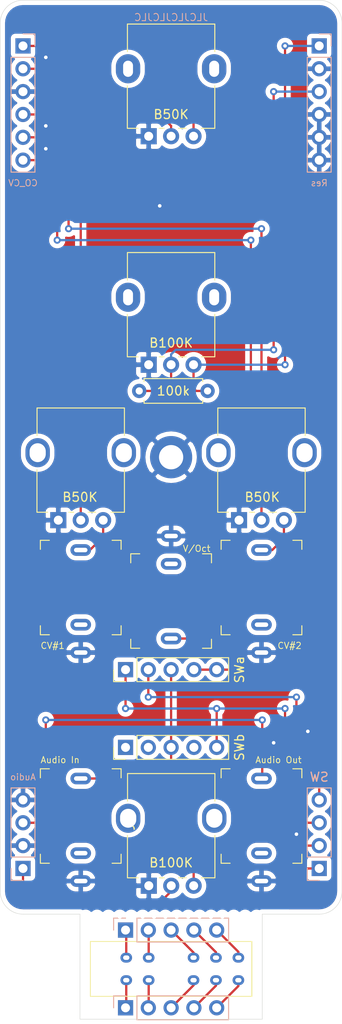
<source format=kicad_pcb>
(kicad_pcb (version 20171130) (host pcbnew "(5.1.10)-1")
  (layers (0 F.Cu signal) (31 B.Cu signal) (34 B.Paste user) (35 F.Paste user) (36 B.SilkS user) (37 F.SilkS user) (38 B.Mask user) (39 F.Mask user) (44 Edge.Cuts user))
  (net 0 "")
  (net 1 "Net-(J1-PadT)")
  (net 2 GND)
  (net 3 AudioIn)
  (net 4 AudioOut)
  (net 5 "Net-(J3-PadT)")
  (net 6 "Net-(J4-PadT)")
  (net 7 CV#2)
  (net 8 CV#1)
  (net 9 vOct)
  (net 10 CO_In)
  (net 11 CO_Out)
  (net 12 Res_Out)
  (net 13 Res_In)
  (net 14 SW_A)
  (net 15 SW_In)
  (net 16 SW_C)
  (net 17 SW_B)
  (net 18 "Net-(J12-Pad5)")
  (net 19 "Net-(J12-Pad4)")
  (net 20 "Net-(J12-Pad3)")
  (net 21 "Net-(J12-Pad2)")
  (net 22 "Net-(J12-Pad1)")
  (net 23 "Net-(J13-Pad5)")
  (net 24 "Net-(J13-Pad4)")
  (net 25 "Net-(J13-Pad3)")
  (net 26 "Net-(J13-Pad2)")
  (net 27 "Net-(J13-Pad1)")
  (module Control:Hole_0.5mm (layer F.Cu) (at 28.575 101.85)
    (fp_text reference REF** hide)
    (fp_text value Hole_0.5mm hide)
    (pad "" np_thru_hole circle (at 0 0) (size 0.5 0.5) (drill 0.5) (layers *.Cu *.Mask))
  )
  (module Control:Hole_0.5mm (layer F.Cu) (at 27.305 101.85)
    (fp_text reference REF** hide)
    (fp_text value Hole_0.5mm hide)
    (pad "" np_thru_hole circle (at 0 0) (size 0.5 0.5) (drill 0.5) (layers *.Cu *.Mask))
  )
  (module Control:Hole_0.5mm (layer F.Cu) (at 26.035 101.85)
    (fp_text reference REF** hide)
    (fp_text value Hole_0.5mm hide)
    (pad "" np_thru_hole circle (at 0 0) (size 0.5 0.5) (drill 0.5) (layers *.Cu *.Mask))
  )
  (module Control:Hole_0.5mm (layer F.Cu) (at 24.765 101.85)
    (fp_text reference REF** hide)
    (fp_text value Hole_0.5mm hide)
    (pad "" np_thru_hole circle (at 0 0) (size 0.5 0.5) (drill 0.5) (layers *.Cu *.Mask))
  )
  (module Control:Hole_0.5mm (layer F.Cu) (at 23.495 101.85)
    (fp_text reference REF** hide)
    (fp_text value Hole_0.5mm hide)
    (pad "" np_thru_hole circle (at 0 0) (size 0.5 0.5) (drill 0.5) (layers *.Cu *.Mask))
  )
  (module Control:Hole_0.5mm (layer F.Cu) (at 22.225 101.85)
    (fp_text reference REF** hide)
    (fp_text value Hole_0.5mm hide)
    (pad "" np_thru_hole circle (at 0 0) (size 0.5 0.5) (drill 0.5) (layers *.Cu *.Mask))
  )
  (module Control:Hole_0.5mm (layer F.Cu) (at 20.955 101.85)
    (fp_text reference REF** hide)
    (fp_text value Hole_0.5mm hide)
    (pad "" np_thru_hole circle (at 0 0) (size 0.5 0.5) (drill 0.5) (layers *.Cu *.Mask))
  )
  (module Control:Hole_0.5mm (layer F.Cu) (at 19.685 101.85)
    (fp_text reference REF** hide)
    (fp_text value Hole_0.5mm hide)
    (pad "" np_thru_hole circle (at 0 0) (size 0.5 0.5) (drill 0.5) (layers *.Cu *.Mask))
  )
  (module Control:Hole_0.5mm (layer F.Cu) (at 18.415 101.85)
    (fp_text reference REF** hide)
    (fp_text value Hole_0.5mm hide)
    (pad "" np_thru_hole circle (at 0 0) (size 0.5 0.5) (drill 0.5) (layers *.Cu *.Mask))
  )
  (module Control:Hole_0.5mm (layer F.Cu) (at 17.145 101.85)
    (fp_text reference REF** hide)
    (fp_text value Hole_0.5mm hide)
    (pad "" np_thru_hole circle (at 0 0) (size 0.5 0.5) (drill 0.5) (layers *.Cu *.Mask))
  )
  (module Control:Hole_0.5mm (layer F.Cu) (at 15.875 101.85)
    (fp_text reference REF** hide)
    (fp_text value Hole_0.5mm hide)
    (pad "" np_thru_hole circle (at 0 0) (size 0.5 0.5) (drill 0.5) (layers *.Cu *.Mask))
  )
  (module Control:Hole_0.5mm (layer F.Cu) (at 14.605 101.85)
    (fp_text reference REF** hide)
    (fp_text value Hole_0.5mm hide)
    (pad "" np_thru_hole circle (at 0 0) (size 0.5 0.5) (drill 0.5) (layers *.Cu *.Mask))
  )
  (module Control:Hole_0.5mm (layer F.Cu) (at 13.335 101.85)
    (fp_text reference REF** hide)
    (fp_text value Hole_0.5mm hide)
    (pad "" np_thru_hole circle (at 0 0) (size 0.5 0.5) (drill 0.5) (layers *.Cu *.Mask))
  )
  (module Control:Hole_0.5mm (layer F.Cu) (at 12.065 101.85)
    (fp_text reference REF** hide)
    (fp_text value Hole_0.5mm hide)
    (pad "" np_thru_hole circle (at 0 0) (size 0.5 0.5) (drill 0.5) (layers *.Cu *.Mask))
  )
  (module Control:Hole_0.5mm (layer F.Cu) (at 10.795 101.85)
    (fp_text reference REF** hide)
    (fp_text value Hole_0.5mm hide)
    (pad "" np_thru_hole circle (at 0 0) (size 0.5 0.5) (drill 0.5) (layers *.Cu *.Mask))
  )
  (module Control:Hole_0.5mm (layer F.Cu) (at 9.525 101.85)
    (fp_text reference REF** hide)
    (fp_text value Hole_0.5mm hide)
    (pad "" np_thru_hole circle (at 0 0) (size 0.5 0.5) (drill 0.5) (layers *.Cu *.Mask))
  )
  (module Schiebeschalter:SS24E01-G5 (layer F.Cu) (at 19.05 107.688)
    (fp_text reference SW1 hide)
    (fp_text value Schiebeschalter2x4 hide)
    (fp_line (start -9 3.05) (end -9 -3.05) (layer F.SilkS) (width 0.1))
    (fp_line (start 9 3.05) (end -9 3.05) (layer F.SilkS) (width 0.1))
    (fp_line (start 9 -3.05) (end 9 3.05) (layer F.SilkS) (width 0.12))
    (fp_line (start -9 -3.05) (end 9 -3.05) (layer F.SilkS) (width 0.1))
    (pad 10 thru_hole oval (at 7.5 1.25) (size 1.3 1.1) (drill oval 0.7 0.5) (layers *.Cu *.Mask) (net 23 "Net-(J13-Pad5)"))
    (pad 9 thru_hole oval (at 5 1.25) (size 1.3 1.1) (drill oval 0.7 0.5) (layers *.Cu *.Mask) (net 24 "Net-(J13-Pad4)"))
    (pad 8 thru_hole oval (at 2.5 1.25) (size 1.3 1.1) (drill oval 0.7 0.5) (layers *.Cu *.Mask) (net 25 "Net-(J13-Pad3)"))
    (pad 7 thru_hole oval (at -2.5 1.25) (size 1.3 1.1) (drill oval 0.7 0.5) (layers *.Cu *.Mask) (net 26 "Net-(J13-Pad2)"))
    (pad 6 thru_hole oval (at -5 1.25) (size 1.3 1.1) (drill oval 0.7 0.5) (layers *.Cu *.Mask) (net 27 "Net-(J13-Pad1)"))
    (pad 5 thru_hole oval (at 7.5 -1.25) (size 1.3 1.1) (drill oval 0.7 0.5) (layers *.Cu *.Mask) (net 18 "Net-(J12-Pad5)"))
    (pad 4 thru_hole oval (at 5 -1.25) (size 1.3 1.1) (drill oval 0.7 0.5) (layers *.Cu *.Mask) (net 19 "Net-(J12-Pad4)"))
    (pad 3 thru_hole oval (at 2.5 -1.25) (size 1.3 1.1) (drill oval 0.7 0.5) (layers *.Cu *.Mask) (net 20 "Net-(J12-Pad3)"))
    (pad 2 thru_hole oval (at -2.5 -1.25) (size 1.3 1.1) (drill oval 0.7 0.5) (layers *.Cu *.Mask) (net 21 "Net-(J12-Pad2)"))
    (pad 1 thru_hole oval (at -5 -1.25) (size 1.3 1.1) (drill oval 0.7 0.5) (layers *.Cu *.Mask) (net 22 "Net-(J12-Pad1)"))
  )
  (module Connector_PinHeader_2.54mm:PinHeader_1x05_P2.54mm_Vertical (layer B.Cu) (at 13.97 112.01 270)
    (fp_text reference J13 hide)
    (fp_text value SWa hide)
    (fp_line (start -1.33 1.33) (end 0 1.33) (layer B.SilkS) (width 0.12))
    (fp_line (start -1.33 0) (end -1.33 1.33) (layer B.SilkS) (width 0.12))
    (fp_line (start -1.33 -1.27) (end 1.33 -1.27) (layer B.SilkS) (width 0.12))
    (fp_line (start 1.33 -1.27) (end 1.33 -11.49) (layer B.SilkS) (width 0.12))
    (fp_line (start -1.33 -1.27) (end -1.33 -11.49) (layer B.SilkS) (width 0.12))
    (fp_line (start -1.33 -11.49) (end 1.33 -11.49) (layer B.SilkS) (width 0.12))
    (pad 5 thru_hole oval (at 0 -10.16 270) (size 1.7 1.7) (drill 1) (layers *.Cu *.Mask) (net 23 "Net-(J13-Pad5)"))
    (pad 4 thru_hole oval (at 0 -7.62 270) (size 1.7 1.7) (drill 1) (layers *.Cu *.Mask) (net 24 "Net-(J13-Pad4)"))
    (pad 3 thru_hole oval (at 0 -5.08 270) (size 1.7 1.7) (drill 1) (layers *.Cu *.Mask) (net 25 "Net-(J13-Pad3)"))
    (pad 2 thru_hole oval (at 0 -2.54 270) (size 1.7 1.7) (drill 1) (layers *.Cu *.Mask) (net 26 "Net-(J13-Pad2)"))
    (pad 1 thru_hole rect (at 0 0 270) (size 1.7 1.7) (drill 1) (layers *.Cu *.Mask) (net 27 "Net-(J13-Pad1)"))
  )
  (module Connector_PinHeader_2.54mm:PinHeader_1x05_P2.54mm_Vertical (layer B.Cu) (at 13.97 103.37 270)
    (fp_text reference J12 hide)
    (fp_text value SWb hide)
    (fp_line (start -1.33 1.33) (end 0 1.33) (layer B.SilkS) (width 0.12))
    (fp_line (start -1.33 0) (end -1.33 1.33) (layer B.SilkS) (width 0.12))
    (fp_line (start -1.33 -1.27) (end 1.33 -1.27) (layer B.SilkS) (width 0.12))
    (fp_line (start 1.33 -1.27) (end 1.33 -11.49) (layer B.SilkS) (width 0.12))
    (fp_line (start -1.33 -1.27) (end -1.33 -11.49) (layer B.SilkS) (width 0.12))
    (fp_line (start -1.33 -11.49) (end 1.33 -11.49) (layer B.SilkS) (width 0.12))
    (pad 5 thru_hole oval (at 0 -10.16 270) (size 1.7 1.7) (drill 1) (layers *.Cu *.Mask) (net 18 "Net-(J12-Pad5)"))
    (pad 4 thru_hole oval (at 0 -7.62 270) (size 1.7 1.7) (drill 1) (layers *.Cu *.Mask) (net 19 "Net-(J12-Pad4)"))
    (pad 3 thru_hole oval (at 0 -5.08 270) (size 1.7 1.7) (drill 1) (layers *.Cu *.Mask) (net 20 "Net-(J12-Pad3)"))
    (pad 2 thru_hole oval (at 0 -2.54 270) (size 1.7 1.7) (drill 1) (layers *.Cu *.Mask) (net 21 "Net-(J12-Pad2)"))
    (pad 1 thru_hole rect (at 0 0 270) (size 1.7 1.7) (drill 1) (layers *.Cu *.Mask) (net 22 "Net-(J12-Pad1)"))
  )
  (module MountingHole:MountingHole_2.7mm_M2.5_DIN965_Pad (layer F.Cu) (at 19.05 50.8)
    (fp_text reference H1 hide)
    (fp_text value MountingHole_Pad hide)
    (pad 1 thru_hole circle (at 0 0) (size 4.7 4.7) (drill 2.7) (layers *.Cu *.Mask) (net 2 GND))
  )
  (module Connector_PinHeader_2.54mm:PinHeader_1x06_P2.54mm_Vertical (layer B.Cu) (at 35.56 5.08 180)
    (fp_text reference J11 hide)
    (fp_text value Res (at 0 -15.24) (layer B.SilkS) (effects (font (size 0.7 0.7) (thickness 0.1)) (justify mirror)))
    (fp_line (start -1.33 1.33) (end 0 1.33) (layer B.SilkS) (width 0.12))
    (fp_line (start -1.33 0) (end -1.33 1.33) (layer B.SilkS) (width 0.12))
    (fp_line (start -1.33 -1.27) (end 1.33 -1.27) (layer B.SilkS) (width 0.12))
    (fp_line (start 1.33 -1.27) (end 1.33 -14.03) (layer B.SilkS) (width 0.12))
    (fp_line (start -1.33 -1.27) (end -1.33 -14.03) (layer B.SilkS) (width 0.12))
    (fp_line (start -1.33 -14.03) (end 1.33 -14.03) (layer B.SilkS) (width 0.12))
    (pad 6 thru_hole oval (at 0 -12.7 180) (size 1.7 1.7) (drill 1) (layers *.Cu *.Mask) (net 2 GND))
    (pad 5 thru_hole oval (at 0 -10.16 180) (size 1.7 1.7) (drill 1) (layers *.Cu *.Mask) (net 2 GND))
    (pad 4 thru_hole oval (at 0 -7.62 180) (size 1.7 1.7) (drill 1) (layers *.Cu *.Mask) (net 2 GND))
    (pad 3 thru_hole oval (at 0 -5.08 180) (size 1.7 1.7) (drill 1) (layers *.Cu *.Mask) (net 12 Res_Out))
    (pad 2 thru_hole oval (at 0 -2.54 180) (size 1.7 1.7) (drill 1) (layers *.Cu *.Mask) (net 2 GND))
    (pad 1 thru_hole rect (at 0 0 180) (size 1.7 1.7) (drill 1) (layers *.Cu *.Mask) (net 13 Res_In))
  )
  (module Connector_PinHeader_2.54mm:PinHeader_1x06_P2.54mm_Vertical (layer B.Cu) (at 2.54 5.08 180)
    (fp_text reference J10 hide)
    (fp_text value CO_CV (at 0 -15.24) (layer B.SilkS) (effects (font (size 0.7 0.7) (thickness 0.1)) (justify mirror)))
    (fp_line (start -1.33 1.33) (end 0 1.33) (layer B.SilkS) (width 0.12))
    (fp_line (start -1.33 0) (end -1.33 1.33) (layer B.SilkS) (width 0.12))
    (fp_line (start -1.33 -1.27) (end 1.33 -1.27) (layer B.SilkS) (width 0.12))
    (fp_line (start 1.33 -1.27) (end 1.33 -14.03) (layer B.SilkS) (width 0.12))
    (fp_line (start -1.33 -1.27) (end -1.33 -14.03) (layer B.SilkS) (width 0.12))
    (fp_line (start -1.33 -14.03) (end 1.33 -14.03) (layer B.SilkS) (width 0.12))
    (pad 6 thru_hole oval (at 0 -12.7 180) (size 1.7 1.7) (drill 1) (layers *.Cu *.Mask) (net 9 vOct))
    (pad 5 thru_hole oval (at 0 -10.16 180) (size 1.7 1.7) (drill 1) (layers *.Cu *.Mask) (net 7 CV#2))
    (pad 4 thru_hole oval (at 0 -7.62 180) (size 1.7 1.7) (drill 1) (layers *.Cu *.Mask) (net 8 CV#1))
    (pad 3 thru_hole oval (at 0 -5.08 180) (size 1.7 1.7) (drill 1) (layers *.Cu *.Mask) (net 2 GND))
    (pad 2 thru_hole oval (at 0 -2.54 180) (size 1.7 1.7) (drill 1) (layers *.Cu *.Mask) (net 11 CO_Out))
    (pad 1 thru_hole rect (at 0 0 180) (size 1.7 1.7) (drill 1) (layers *.Cu *.Mask) (net 10 CO_In))
  )
  (module Connector_PinHeader_2.54mm:PinHeader_1x04_P2.54mm_Vertical (layer B.Cu) (at 35.56 96.52)
    (fp_text reference J9 hide)
    (fp_text value SW (at 0 -10.16 180) (layer B.SilkS) (effects (justify mirror)))
    (fp_line (start -1.33 1.33) (end 0 1.33) (layer B.SilkS) (width 0.12))
    (fp_line (start -1.33 0) (end -1.33 1.33) (layer B.SilkS) (width 0.12))
    (fp_line (start -1.33 -1.27) (end 1.33 -1.27) (layer B.SilkS) (width 0.12))
    (fp_line (start 1.33 -1.27) (end 1.33 -8.95) (layer B.SilkS) (width 0.12))
    (fp_line (start -1.33 -1.27) (end -1.33 -8.95) (layer B.SilkS) (width 0.12))
    (fp_line (start -1.33 -8.95) (end 1.33 -8.95) (layer B.SilkS) (width 0.12))
    (pad 4 thru_hole oval (at 0 -7.62) (size 1.7 1.7) (drill 1) (layers *.Cu *.Mask) (net 16 SW_C))
    (pad 3 thru_hole oval (at 0 -5.08) (size 1.7 1.7) (drill 1) (layers *.Cu *.Mask) (net 17 SW_B))
    (pad 2 thru_hole oval (at 0 -2.54) (size 1.7 1.7) (drill 1) (layers *.Cu *.Mask) (net 14 SW_A))
    (pad 1 thru_hole rect (at 0 0) (size 1.7 1.7) (drill 1) (layers *.Cu *.Mask) (net 15 SW_In))
  )
  (module Connector_PinHeader_2.54mm:PinHeader_1x04_P2.54mm_Vertical (layer B.Cu) (at 2.54 96.52)
    (fp_text reference J8 hide)
    (fp_text value Audio (at 0 -10.16 180) (layer B.SilkS) (effects (font (size 0.7 0.7) (thickness 0.1)) (justify mirror)))
    (fp_line (start -1.33 1.33) (end 0 1.33) (layer B.SilkS) (width 0.12))
    (fp_line (start -1.33 0) (end -1.33 1.33) (layer B.SilkS) (width 0.12))
    (fp_line (start -1.33 -1.27) (end 1.33 -1.27) (layer B.SilkS) (width 0.12))
    (fp_line (start 1.33 -1.27) (end 1.33 -8.95) (layer B.SilkS) (width 0.12))
    (fp_line (start -1.33 -1.27) (end -1.33 -8.95) (layer B.SilkS) (width 0.12))
    (fp_line (start -1.33 -8.95) (end 1.33 -8.95) (layer B.SilkS) (width 0.12))
    (pad 4 thru_hole oval (at 0 -7.62) (size 1.7 1.7) (drill 1) (layers *.Cu *.Mask) (net 2 GND))
    (pad 3 thru_hole oval (at 0 -5.08) (size 1.7 1.7) (drill 1) (layers *.Cu *.Mask) (net 4 AudioOut))
    (pad 2 thru_hole oval (at 0 -2.54) (size 1.7 1.7) (drill 1) (layers *.Cu *.Mask) (net 2 GND))
    (pad 1 thru_hole rect (at 0 0) (size 1.7 1.7) (drill 1) (layers *.Cu *.Mask) (net 3 AudioIn))
  )
  (module Resistor_THT:R_Axial_DIN0207_L6.3mm_D2.5mm_P7.62mm_Horizontal (layer F.Cu) (at 23.114 43.434 180)
    (fp_text reference R1 hide)
    (fp_text value 100k (at 3.81 0) (layer F.SilkS))
    (fp_line (start 7.08 1.37) (end 7.08 1.04) (layer F.SilkS) (width 0.12))
    (fp_line (start 0.54 1.37) (end 7.08 1.37) (layer F.SilkS) (width 0.12))
    (fp_line (start 0.54 1.04) (end 0.54 1.37) (layer F.SilkS) (width 0.12))
    (fp_line (start 7.08 -1.37) (end 7.08 -1.04) (layer F.SilkS) (width 0.12))
    (fp_line (start 0.54 -1.37) (end 7.08 -1.37) (layer F.SilkS) (width 0.12))
    (fp_line (start 0.54 -1.04) (end 0.54 -1.37) (layer F.SilkS) (width 0.12))
    (pad 2 thru_hole oval (at 7.62 0 180) (size 1.6 1.6) (drill 0.8) (layers *.Cu *.Mask) (net 12 Res_Out))
    (pad 1 thru_hole circle (at 0 0 180) (size 1.6 1.6) (drill 0.8) (layers *.Cu *.Mask) (net 13 Res_In))
  )
  (module Connector_PinHeader_2.54mm:PinHeader_1x05_P2.54mm_Vertical (layer F.Cu) (at 13.97 74.42 90)
    (fp_text reference J7 hide)
    (fp_text value SWa (at 0 12.7 90) (layer F.SilkS))
    (fp_line (start -1.33 -1.33) (end 0 -1.33) (layer F.SilkS) (width 0.12))
    (fp_line (start -1.33 0) (end -1.33 -1.33) (layer F.SilkS) (width 0.12))
    (fp_line (start -1.33 1.27) (end 1.33 1.27) (layer F.SilkS) (width 0.12))
    (fp_line (start 1.33 1.27) (end 1.33 11.49) (layer F.SilkS) (width 0.12))
    (fp_line (start -1.33 1.27) (end -1.33 11.49) (layer F.SilkS) (width 0.12))
    (fp_line (start -1.33 11.49) (end 1.33 11.49) (layer F.SilkS) (width 0.12))
    (pad 5 thru_hole oval (at 0 10.16 90) (size 1.7 1.7) (drill 1) (layers *.Cu *.Mask) (net 16 SW_C))
    (pad 4 thru_hole oval (at 0 7.62 90) (size 1.7 1.7) (drill 1) (layers *.Cu *.Mask) (net 16 SW_C))
    (pad 3 thru_hole oval (at 0 5.08 90) (size 1.7 1.7) (drill 1) (layers *.Cu *.Mask) (net 15 SW_In))
    (pad 2 thru_hole oval (at 0 2.54 90) (size 1.7 1.7) (drill 1) (layers *.Cu *.Mask) (net 17 SW_B))
    (pad 1 thru_hole rect (at 0 0 90) (size 1.7 1.7) (drill 1) (layers *.Cu *.Mask) (net 14 SW_A))
  )
  (module Connector_PinHeader_2.54mm:PinHeader_1x05_P2.54mm_Vertical (layer F.Cu) (at 13.97 83.06 90)
    (fp_text reference J6 hide)
    (fp_text value SWb (at 0 12.7 90) (layer F.SilkS))
    (fp_line (start -1.33 -1.33) (end 0 -1.33) (layer F.SilkS) (width 0.12))
    (fp_line (start -1.33 0) (end -1.33 -1.33) (layer F.SilkS) (width 0.12))
    (fp_line (start -1.33 1.27) (end 1.33 1.27) (layer F.SilkS) (width 0.12))
    (fp_line (start 1.33 1.27) (end 1.33 11.49) (layer F.SilkS) (width 0.12))
    (fp_line (start -1.33 1.27) (end -1.33 11.49) (layer F.SilkS) (width 0.12))
    (fp_line (start -1.33 11.49) (end 1.33 11.49) (layer F.SilkS) (width 0.12))
    (pad 5 thru_hole oval (at 0 10.16 90) (size 1.7 1.7) (drill 1) (layers *.Cu *.Mask) (net 14 SW_A))
    (pad 4 thru_hole oval (at 0 7.62 90) (size 1.7 1.7) (drill 1) (layers *.Cu *.Mask))
    (pad 3 thru_hole oval (at 0 5.08 90) (size 1.7 1.7) (drill 1) (layers *.Cu *.Mask) (net 15 SW_In))
    (pad 2 thru_hole oval (at 0 2.54 90) (size 1.7 1.7) (drill 1) (layers *.Cu *.Mask))
    (pad 1 thru_hole rect (at 0 0 90) (size 1.7 1.7) (drill 1) (layers *.Cu *.Mask))
  )
  (module Potentiometer_THT:Potentiometer_Alpha_RD901F-40-00D_Single_Vertical (layer F.Cu) (at 16.55 40.52 90)
    (fp_text reference RV5 hide)
    (fp_text value B100K (at 2.42 2.5) (layer F.SilkS))
    (fp_line (start 0.88 4.16) (end 0.88 3.33) (layer F.SilkS) (width 0.12))
    (fp_line (start 0.88 1.71) (end 0.88 1.18) (layer F.SilkS) (width 0.12))
    (fp_line (start 0.88 -1.19) (end 0.88 -2.37) (layer F.SilkS) (width 0.12))
    (fp_line (start 0.88 7.37) (end 5.6 7.37) (layer F.SilkS) (width 0.12))
    (fp_line (start 9.41 -2.37) (end 12.47 -2.37) (layer F.SilkS) (width 0.12))
    (fp_line (start 0.88 -2.38) (end 5.6 -2.38) (layer F.SilkS) (width 0.12))
    (fp_line (start 9.41 7.37) (end 12.47 7.37) (layer F.SilkS) (width 0.12))
    (fp_line (start 0.88 7.37) (end 0.88 5.88) (layer F.SilkS) (width 0.12))
    (fp_line (start 12.47 7.37) (end 12.47 -2.37) (layer F.SilkS) (width 0.12))
    (pad "" thru_hole oval (at 7.5 -2.3 180) (size 2.72 3.24) (drill oval 1.1 1.8) (layers *.Cu *.Mask))
    (pad "" thru_hole oval (at 7.5 7.3 180) (size 2.72 3.24) (drill oval 1.1 1.8) (layers *.Cu *.Mask))
    (pad 3 thru_hole circle (at 0 5 180) (size 1.8 1.8) (drill 1) (layers *.Cu *.Mask) (net 13 Res_In))
    (pad 2 thru_hole circle (at 0 2.5 180) (size 1.8 1.8) (drill 1) (layers *.Cu *.Mask) (net 12 Res_Out))
    (pad 1 thru_hole rect (at 0 0 180) (size 1.8 1.8) (drill 1) (layers *.Cu *.Mask) (net 2 GND))
  )
  (module Potentiometer_THT:Potentiometer_Alpha_RD901F-40-00D_Single_Vertical (layer F.Cu) (at 16.55 15.12 90)
    (fp_text reference RV4 hide)
    (fp_text value B50K (at 2.42 2.5) (layer F.SilkS))
    (fp_line (start 0.88 4.16) (end 0.88 3.33) (layer F.SilkS) (width 0.12))
    (fp_line (start 0.88 1.71) (end 0.88 1.18) (layer F.SilkS) (width 0.12))
    (fp_line (start 0.88 -1.19) (end 0.88 -2.37) (layer F.SilkS) (width 0.12))
    (fp_line (start 0.88 7.37) (end 5.6 7.37) (layer F.SilkS) (width 0.12))
    (fp_line (start 9.41 -2.37) (end 12.47 -2.37) (layer F.SilkS) (width 0.12))
    (fp_line (start 0.88 -2.38) (end 5.6 -2.38) (layer F.SilkS) (width 0.12))
    (fp_line (start 9.41 7.37) (end 12.47 7.37) (layer F.SilkS) (width 0.12))
    (fp_line (start 0.88 7.37) (end 0.88 5.88) (layer F.SilkS) (width 0.12))
    (fp_line (start 12.47 7.37) (end 12.47 -2.37) (layer F.SilkS) (width 0.12))
    (pad "" thru_hole oval (at 7.5 -2.3 180) (size 2.72 3.24) (drill oval 1.1 1.8) (layers *.Cu *.Mask))
    (pad "" thru_hole oval (at 7.5 7.3 180) (size 2.72 3.24) (drill oval 1.1 1.8) (layers *.Cu *.Mask))
    (pad 3 thru_hole circle (at 0 5 180) (size 1.8 1.8) (drill 1) (layers *.Cu *.Mask) (net 10 CO_In))
    (pad 2 thru_hole circle (at 0 2.5 180) (size 1.8 1.8) (drill 1) (layers *.Cu *.Mask) (net 11 CO_Out))
    (pad 1 thru_hole rect (at 0 0 180) (size 1.8 1.8) (drill 1) (layers *.Cu *.Mask) (net 2 GND))
  )
  (module Connector_Audio_PJSeries:PJ-301-M-12 (layer F.Cu) (at 19.05 66.04 180)
    (fp_text reference J5 hide)
    (fp_text value V/Oct (at -4.445 5.08 180) (layer F.SilkS) (effects (font (size 0.7 0.7) (thickness 0.1)) (justify right)))
    (fp_line (start 4.5 4.5) (end 3.5 4.5) (layer F.SilkS) (width 0.12))
    (fp_line (start 4.5 3.5) (end 4.5 4.5) (layer F.SilkS) (width 0.12))
    (fp_line (start -4.5 4.5) (end -3.5 4.5) (layer F.SilkS) (width 0.12))
    (fp_line (start -4.5 3.5) (end -4.5 4.5) (layer F.SilkS) (width 0.12))
    (fp_line (start -4.5 -6) (end -4.5 -5) (layer F.SilkS) (width 0.12))
    (fp_line (start -3.5 -6) (end -4.5 -6) (layer F.SilkS) (width 0.12))
    (fp_line (start 4.5 -6) (end 4.5 -5) (layer F.SilkS) (width 0.12))
    (fp_line (start 3.5 -6) (end 4.5 -6) (layer F.SilkS) (width 0.12))
    (pad T thru_hole oval (at 0 -4.92 180) (size 2.3 1.3) (drill oval 1.5 0.5) (layers *.Cu *.Mask) (net 9 vOct))
    (pad TN thru_hole oval (at 0 3.38 180) (size 2.3 1.3) (drill oval 1.5 0.5) (layers *.Cu *.Mask))
    (pad S thru_hole oval (at 0 6.48 180) (size 2.3 1.3) (drill oval 1.5 0.5) (layers *.Cu *.Mask) (net 2 GND))
  )
  (module Potentiometer_THT:Potentiometer_Alpha_RD901F-40-00D_Single_Vertical (layer F.Cu) (at 6.475 57.8 90)
    (fp_text reference RV3 hide)
    (fp_text value B50K (at 2.555 2.415) (layer F.SilkS))
    (fp_line (start 0.88 4.16) (end 0.88 3.33) (layer F.SilkS) (width 0.12))
    (fp_line (start 0.88 1.71) (end 0.88 1.18) (layer F.SilkS) (width 0.12))
    (fp_line (start 0.88 -1.19) (end 0.88 -2.37) (layer F.SilkS) (width 0.12))
    (fp_line (start 0.88 7.37) (end 5.6 7.37) (layer F.SilkS) (width 0.12))
    (fp_line (start 9.41 -2.37) (end 12.47 -2.37) (layer F.SilkS) (width 0.12))
    (fp_line (start 0.88 -2.38) (end 5.6 -2.38) (layer F.SilkS) (width 0.12))
    (fp_line (start 9.41 7.37) (end 12.47 7.37) (layer F.SilkS) (width 0.12))
    (fp_line (start 0.88 7.37) (end 0.88 5.88) (layer F.SilkS) (width 0.12))
    (fp_line (start 12.47 7.37) (end 12.47 -2.37) (layer F.SilkS) (width 0.12))
    (pad "" thru_hole oval (at 7.5 -2.3 180) (size 2.72 3.24) (drill oval 1.8 2.1) (layers *.Cu *.Mask))
    (pad "" thru_hole oval (at 7.5 7.3 180) (size 2.72 3.24) (drill oval 1.8 2.1) (layers *.Cu *.Mask))
    (pad 3 thru_hole circle (at 0 5 180) (size 1.8 1.8) (drill 1) (layers *.Cu *.Mask) (net 5 "Net-(J3-PadT)"))
    (pad 2 thru_hole circle (at 0 2.5 180) (size 1.8 1.8) (drill 1) (layers *.Cu *.Mask) (net 8 CV#1))
    (pad 1 thru_hole rect (at 0 0 180) (size 1.8 1.8) (drill 1) (layers *.Cu *.Mask) (net 2 GND))
  )
  (module Potentiometer_THT:Potentiometer_Alpha_RD901F-40-00D_Single_Vertical (layer F.Cu) (at 26.625 57.8 90)
    (fp_text reference RV2 hide)
    (fp_text value B50K (at 2.555 2.585) (layer F.SilkS))
    (fp_line (start 0.88 4.16) (end 0.88 3.33) (layer F.SilkS) (width 0.12))
    (fp_line (start 0.88 1.71) (end 0.88 1.18) (layer F.SilkS) (width 0.12))
    (fp_line (start 0.88 -1.19) (end 0.88 -2.37) (layer F.SilkS) (width 0.12))
    (fp_line (start 0.88 7.37) (end 5.6 7.37) (layer F.SilkS) (width 0.12))
    (fp_line (start 9.41 -2.37) (end 12.47 -2.37) (layer F.SilkS) (width 0.12))
    (fp_line (start 0.88 -2.38) (end 5.6 -2.38) (layer F.SilkS) (width 0.12))
    (fp_line (start 9.41 7.37) (end 12.47 7.37) (layer F.SilkS) (width 0.12))
    (fp_line (start 0.88 7.37) (end 0.88 5.88) (layer F.SilkS) (width 0.12))
    (fp_line (start 12.47 7.37) (end 12.47 -2.37) (layer F.SilkS) (width 0.12))
    (pad "" thru_hole oval (at 7.5 -2.3 180) (size 2.72 3.24) (drill oval 1.8 2.1) (layers *.Cu *.Mask))
    (pad "" thru_hole oval (at 7.5 7.3 180) (size 2.72 3.24) (drill oval 1.8 2.1) (layers *.Cu *.Mask))
    (pad 3 thru_hole circle (at 0 5 180) (size 1.8 1.8) (drill 1) (layers *.Cu *.Mask) (net 6 "Net-(J4-PadT)"))
    (pad 2 thru_hole circle (at 0 2.5 180) (size 1.8 1.8) (drill 1) (layers *.Cu *.Mask) (net 7 CV#2))
    (pad 1 thru_hole rect (at 0 0 180) (size 1.8 1.8) (drill 1) (layers *.Cu *.Mask) (net 2 GND))
  )
  (module Connector_Audio_PJSeries:PJ-301-M-12 (layer F.Cu) (at 29.125 66.04)
    (fp_text reference J4 hide)
    (fp_text value CV#2 (at 4.53 5.715 180) (layer F.SilkS) (effects (font (size 0.7 0.7) (thickness 0.1)) (justify right)))
    (fp_line (start 4.5 4.5) (end 3.5 4.5) (layer F.SilkS) (width 0.12))
    (fp_line (start 4.5 3.5) (end 4.5 4.5) (layer F.SilkS) (width 0.12))
    (fp_line (start -4.5 4.5) (end -3.5 4.5) (layer F.SilkS) (width 0.12))
    (fp_line (start -4.5 3.5) (end -4.5 4.5) (layer F.SilkS) (width 0.12))
    (fp_line (start -4.5 -6) (end -4.5 -5) (layer F.SilkS) (width 0.12))
    (fp_line (start -3.5 -6) (end -4.5 -6) (layer F.SilkS) (width 0.12))
    (fp_line (start 4.5 -6) (end 4.5 -5) (layer F.SilkS) (width 0.12))
    (fp_line (start 3.5 -6) (end 4.5 -6) (layer F.SilkS) (width 0.12))
    (pad T thru_hole oval (at 0 -4.92) (size 2.3 1.3) (drill oval 1.5 0.5) (layers *.Cu *.Mask) (net 6 "Net-(J4-PadT)"))
    (pad TN thru_hole oval (at 0 3.38) (size 2.3 1.3) (drill oval 1.5 0.5) (layers *.Cu *.Mask))
    (pad S thru_hole oval (at 0 6.48) (size 2.3 1.3) (drill oval 1.5 0.5) (layers *.Cu *.Mask) (net 2 GND))
  )
  (module Connector_Audio_PJSeries:PJ-301-M-12 (layer F.Cu) (at 8.975 66.04)
    (fp_text reference J3 hide)
    (fp_text value CV#1 (at -4.53 5.715 180) (layer F.SilkS) (effects (font (size 0.7 0.7) (thickness 0.1)) (justify left)))
    (fp_line (start 4.5 4.5) (end 3.5 4.5) (layer F.SilkS) (width 0.12))
    (fp_line (start 4.5 3.5) (end 4.5 4.5) (layer F.SilkS) (width 0.12))
    (fp_line (start -4.5 4.5) (end -3.5 4.5) (layer F.SilkS) (width 0.12))
    (fp_line (start -4.5 3.5) (end -4.5 4.5) (layer F.SilkS) (width 0.12))
    (fp_line (start -4.5 -6) (end -4.5 -5) (layer F.SilkS) (width 0.12))
    (fp_line (start -3.5 -6) (end -4.5 -6) (layer F.SilkS) (width 0.12))
    (fp_line (start 4.5 -6) (end 4.5 -5) (layer F.SilkS) (width 0.12))
    (fp_line (start 3.5 -6) (end 4.5 -6) (layer F.SilkS) (width 0.12))
    (pad T thru_hole oval (at 0 -4.92) (size 2.3 1.3) (drill oval 1.5 0.5) (layers *.Cu *.Mask) (net 5 "Net-(J3-PadT)"))
    (pad TN thru_hole oval (at 0 3.38) (size 2.3 1.3) (drill oval 1.5 0.5) (layers *.Cu *.Mask))
    (pad S thru_hole oval (at 0 6.48) (size 2.3 1.3) (drill oval 1.5 0.5) (layers *.Cu *.Mask) (net 2 GND))
  )
  (module Connector_Audio_PJSeries:PJ-301-M-12 (layer F.Cu) (at 29.125 91.44)
    (fp_text reference J2 hide)
    (fp_text value "Audio Out" (at 4.53 -6.985 180) (layer F.SilkS) (effects (font (size 0.7 0.7) (thickness 0.1)) (justify right)))
    (fp_line (start 4.5 4.5) (end 3.5 4.5) (layer F.SilkS) (width 0.12))
    (fp_line (start 4.5 3.5) (end 4.5 4.5) (layer F.SilkS) (width 0.12))
    (fp_line (start -4.5 4.5) (end -3.5 4.5) (layer F.SilkS) (width 0.12))
    (fp_line (start -4.5 3.5) (end -4.5 4.5) (layer F.SilkS) (width 0.12))
    (fp_line (start -4.5 -6) (end -4.5 -5) (layer F.SilkS) (width 0.12))
    (fp_line (start -3.5 -6) (end -4.5 -6) (layer F.SilkS) (width 0.12))
    (fp_line (start 4.5 -6) (end 4.5 -5) (layer F.SilkS) (width 0.12))
    (fp_line (start 3.5 -6) (end 4.5 -6) (layer F.SilkS) (width 0.12))
    (pad T thru_hole oval (at 0 -4.92) (size 2.3 1.3) (drill oval 1.5 0.5) (layers *.Cu *.Mask) (net 4 AudioOut))
    (pad TN thru_hole oval (at 0 3.38) (size 2.3 1.3) (drill oval 1.5 0.5) (layers *.Cu *.Mask))
    (pad S thru_hole oval (at 0 6.48) (size 2.3 1.3) (drill oval 1.5 0.5) (layers *.Cu *.Mask) (net 2 GND))
  )
  (module Potentiometer_THT:Potentiometer_Alpha_RD901F-40-00D_Single_Vertical (layer F.Cu) (at 16.56276 98.44 90)
    (fp_text reference RV1 hide)
    (fp_text value B100K (at 2.555 2.48724) (layer F.SilkS))
    (fp_line (start 0.88 4.16) (end 0.88 3.33) (layer F.SilkS) (width 0.12))
    (fp_line (start 0.88 1.71) (end 0.88 1.18) (layer F.SilkS) (width 0.12))
    (fp_line (start 0.88 -1.19) (end 0.88 -2.37) (layer F.SilkS) (width 0.12))
    (fp_line (start 0.88 7.37) (end 5.6 7.37) (layer F.SilkS) (width 0.12))
    (fp_line (start 9.41 -2.37) (end 12.47 -2.37) (layer F.SilkS) (width 0.12))
    (fp_line (start 0.88 -2.38) (end 5.6 -2.38) (layer F.SilkS) (width 0.12))
    (fp_line (start 9.41 7.37) (end 12.47 7.37) (layer F.SilkS) (width 0.12))
    (fp_line (start 0.88 7.37) (end 0.88 5.88) (layer F.SilkS) (width 0.12))
    (fp_line (start 12.47 7.37) (end 12.47 -2.37) (layer F.SilkS) (width 0.12))
    (pad "" thru_hole oval (at 7.5 -2.3 180) (size 2.72 3.24) (drill oval 1.8 2.1) (layers *.Cu *.Mask))
    (pad "" thru_hole oval (at 7.5 7.3 180) (size 2.72 3.24) (drill oval 1.8 2.1) (layers *.Cu *.Mask))
    (pad 3 thru_hole circle (at 0 5 180) (size 1.8 1.8) (drill 1) (layers *.Cu *.Mask) (net 1 "Net-(J1-PadT)"))
    (pad 2 thru_hole circle (at 0 2.5 180) (size 1.8 1.8) (drill 1) (layers *.Cu *.Mask) (net 3 AudioIn))
    (pad 1 thru_hole rect (at 0 0 180) (size 1.8 1.8) (drill 1) (layers *.Cu *.Mask) (net 2 GND))
  )
  (module Connector_Audio_PJSeries:PJ-301-M-12 (layer F.Cu) (at 8.975 91.44)
    (fp_text reference J1 (at 5.5 0 90) (layer F.SilkS))
    (fp_text value "Audio In" (at -4.53 -6.985 180) (layer F.SilkS) (effects (font (size 0.7 0.7) (thickness 0.1)) (justify left)))
    (fp_line (start 4.5 4.5) (end 3.5 4.5) (layer F.SilkS) (width 0.12))
    (fp_line (start 4.5 3.5) (end 4.5 4.5) (layer F.SilkS) (width 0.12))
    (fp_line (start -4.5 4.5) (end -3.5 4.5) (layer F.SilkS) (width 0.12))
    (fp_line (start -4.5 3.5) (end -4.5 4.5) (layer F.SilkS) (width 0.12))
    (fp_line (start -4.5 -6) (end -4.5 -5) (layer F.SilkS) (width 0.12))
    (fp_line (start -3.5 -6) (end -4.5 -6) (layer F.SilkS) (width 0.12))
    (fp_line (start 4.5 -6) (end 4.5 -5) (layer F.SilkS) (width 0.12))
    (fp_line (start 3.5 -6) (end 4.5 -6) (layer F.SilkS) (width 0.12))
    (pad T thru_hole oval (at 0 -4.92) (size 2.3 1.3) (drill oval 1.5 0.5) (layers *.Cu *.Mask) (net 1 "Net-(J1-PadT)"))
    (pad TN thru_hole oval (at 0 3.38) (size 2.3 1.3) (drill oval 1.5 0.5) (layers *.Cu *.Mask))
    (pad S thru_hole oval (at 0 6.48) (size 2.3 1.3) (drill oval 1.5 0.5) (layers *.Cu *.Mask) (net 2 GND))
  )
  (gr_text JLCJLCJLCJLC (at 19.05 1.905) (layer B.SilkS) (effects (font (size 0.8 0.8) (thickness 0.1)) (justify mirror)))
  (gr_arc (start 35.56 99.06) (end 35.56 101.6) (angle -90) (layer Edge.Cuts) (width 0.05))
  (gr_arc (start 35.56 2.54) (end 38.1 2.54) (angle -90) (layer Edge.Cuts) (width 0.05))
  (gr_arc (start 2.54 2.54) (end 2.54 0) (angle -90) (layer Edge.Cuts) (width 0.05))
  (gr_arc (start 2.54 99.06) (end 0 99.06) (angle -90) (layer Edge.Cuts) (width 0.05))
  (gr_line (start 0 99.06) (end 0 2.54) (layer Edge.Cuts) (width 0.05))
  (gr_line (start 8.89 101.6) (end 2.54 101.6) (layer Edge.Cuts) (width 0.05))
  (gr_line (start 8.89 102.1) (end 8.89 101.6) (layer Edge.Cuts) (width 0.05))
  (gr_line (start 29.21 101.6) (end 29.21 102.1) (layer Edge.Cuts) (width 0.05))
  (gr_line (start 35.56 101.6) (end 29.21 101.6) (layer Edge.Cuts) (width 0.05))
  (gr_line (start 38.1 2.54) (end 38.1 99.06) (layer Edge.Cuts) (width 0.05))
  (gr_line (start 2.54 0) (end 35.56 0) (layer Edge.Cuts) (width 0.05))
  (gr_line (start 29.21 113.28) (end 29.21 102.1) (layer Edge.Cuts) (width 0.05))
  (gr_line (start 8.89 113.28) (end 29.21 113.28) (layer Edge.Cuts) (width 0.05))
  (gr_line (start 8.89 102.1) (end 8.89 113.28) (layer Edge.Cuts) (width 0.05))
  (segment (start 8.975 86.52) (end 16.67 86.52) (width 0.25) (layer F.Cu) (net 1))
  (segment (start 21.56276 91.41276) (end 21.56276 98.44) (width 0.25) (layer F.Cu) (net 1))
  (segment (start 16.67 86.52) (end 21.56276 91.41276) (width 0.25) (layer F.Cu) (net 1))
  (via (at 30.48 82.55) (size 0.8) (drill 0.4) (layers F.Cu B.Cu) (net 2))
  (via (at 34.29 81.28) (size 0.8) (drill 0.4) (layers F.Cu B.Cu) (net 2))
  (via (at 33.02 92.71) (size 0.8) (drill 0.4) (layers F.Cu B.Cu) (net 2))
  (via (at 17.78 22.86) (size 0.8) (drill 0.4) (layers F.Cu B.Cu) (net 2))
  (via (at 5.08 13.97) (size 0.8) (drill 0.4) (layers F.Cu B.Cu) (net 2))
  (via (at 5.08 16.51) (size 0.8) (drill 0.4) (layers F.Cu B.Cu) (net 2))
  (via (at 5.08 6.35) (size 0.8) (drill 0.4) (layers F.Cu B.Cu) (net 2))
  (segment (start 19.06276 99.04724) (end 19.06276 98.44) (width 0.25) (layer F.Cu) (net 3))
  (segment (start 17.78 100.33) (end 19.06276 99.04724) (width 0.25) (layer F.Cu) (net 3))
  (segment (start 3.81 100.33) (end 17.78 100.33) (width 0.25) (layer F.Cu) (net 3))
  (segment (start 2.54 99.06) (end 3.81 100.33) (width 0.25) (layer F.Cu) (net 3))
  (segment (start 2.54 96.52) (end 2.54 99.06) (width 0.25) (layer F.Cu) (net 3))
  (segment (start 2.54 91.44) (end 3.81 91.44) (width 0.25) (layer F.Cu) (net 4))
  (segment (start 3.81 91.44) (end 5.08 90.17) (width 0.25) (layer F.Cu) (net 4))
  (segment (start 5.08 90.17) (end 5.08 80.01) (width 0.25) (layer F.Cu) (net 4))
  (segment (start 5.08 80.01) (end 5.08 80.01) (width 0.25) (layer F.Cu) (net 4))
  (via (at 5.08 80.01) (size 0.8) (drill 0.4) (layers F.Cu B.Cu) (net 4))
  (segment (start 5.08 80.01) (end 29.21 80.01) (width 0.25) (layer B.Cu) (net 4))
  (segment (start 29.21 80.01) (end 29.21 80.01) (width 0.25) (layer B.Cu) (net 4))
  (via (at 29.21 80.01) (size 0.8) (drill 0.4) (layers F.Cu B.Cu) (net 4))
  (segment (start 29.21 86.435) (end 29.125 86.52) (width 0.25) (layer F.Cu) (net 4))
  (segment (start 29.21 80.01) (end 29.21 86.435) (width 0.25) (layer F.Cu) (net 4))
  (segment (start 11.475 59.645) (end 11.475 57.8) (width 0.25) (layer F.Cu) (net 5))
  (segment (start 10 61.12) (end 11.475 59.645) (width 0.25) (layer F.Cu) (net 5))
  (segment (start 8.975 61.12) (end 10 61.12) (width 0.25) (layer F.Cu) (net 5))
  (segment (start 30.32 61.12) (end 29.125 61.12) (width 0.25) (layer F.Cu) (net 6))
  (segment (start 31.625 59.815) (end 30.32 61.12) (width 0.25) (layer F.Cu) (net 6))
  (segment (start 31.625 57.8) (end 31.625 59.815) (width 0.25) (layer F.Cu) (net 6))
  (segment (start 29.125 57.8) (end 29.125 25.4) (width 0.25) (layer F.Cu) (net 7))
  (segment (start 29.125 25.4) (end 29.125 25.4) (width 0.25) (layer F.Cu) (net 7))
  (via (at 29.125 25.4) (size 0.8) (drill 0.4) (layers F.Cu B.Cu) (net 7))
  (segment (start 29.125 25.4) (end 7.62 25.4) (width 0.25) (layer B.Cu) (net 7))
  (segment (start 7.62 25.4) (end 7.62 25.4) (width 0.25) (layer B.Cu) (net 7))
  (via (at 7.62 25.4) (size 0.8) (drill 0.4) (layers F.Cu B.Cu) (net 7))
  (segment (start 7.62 25.4) (end 7.62 16.51) (width 0.25) (layer F.Cu) (net 7))
  (segment (start 6.35 15.24) (end 2.54 15.24) (width 0.25) (layer F.Cu) (net 7))
  (segment (start 7.62 16.51) (end 6.35 15.24) (width 0.25) (layer F.Cu) (net 7))
  (segment (start 8.975 57.8) (end 8.975 15.325) (width 0.25) (layer F.Cu) (net 8))
  (segment (start 6.35 12.7) (end 2.54 12.7) (width 0.25) (layer F.Cu) (net 8))
  (segment (start 8.975 15.325) (end 6.35 12.7) (width 0.25) (layer F.Cu) (net 8))
  (segment (start 19.05 70.96) (end 23.02 70.96) (width 0.25) (layer F.Cu) (net 9))
  (segment (start 23.02 70.96) (end 24.13 69.85) (width 0.25) (layer F.Cu) (net 9))
  (segment (start 24.13 69.85) (end 24.13 55.88) (width 0.25) (layer F.Cu) (net 9))
  (segment (start 24.13 55.88) (end 25.4 54.61) (width 0.25) (layer F.Cu) (net 9))
  (segment (start 25.4 54.61) (end 26.67 54.61) (width 0.25) (layer F.Cu) (net 9))
  (segment (start 26.67 54.61) (end 27.94 53.34) (width 0.25) (layer F.Cu) (net 9))
  (segment (start 27.94 53.34) (end 27.94 26.67) (width 0.25) (layer F.Cu) (net 9))
  (segment (start 27.94 26.67) (end 27.94 26.67) (width 0.25) (layer F.Cu) (net 9))
  (via (at 27.94 26.67) (size 0.8) (drill 0.4) (layers F.Cu B.Cu) (net 9))
  (segment (start 27.94 26.67) (end 6.35 26.67) (width 0.25) (layer B.Cu) (net 9))
  (segment (start 6.35 26.67) (end 6.35 26.67) (width 0.25) (layer B.Cu) (net 9))
  (via (at 6.35 26.67) (size 0.8) (drill 0.4) (layers F.Cu B.Cu) (net 9))
  (segment (start 6.35 26.67) (end 6.35 19.05) (width 0.25) (layer F.Cu) (net 9))
  (segment (start 6.35 19.05) (end 5.08 17.78) (width 0.25) (layer F.Cu) (net 9))
  (segment (start 5.08 17.78) (end 2.54 17.78) (width 0.25) (layer F.Cu) (net 9))
  (segment (start 2.54 5.08) (end 7.62 5.08) (width 0.25) (layer F.Cu) (net 10))
  (segment (start 7.62 5.08) (end 8.89 6.35) (width 0.25) (layer F.Cu) (net 10))
  (segment (start 8.89 6.35) (end 8.89 10.16) (width 0.25) (layer F.Cu) (net 10))
  (segment (start 8.89 10.16) (end 10.16 11.43) (width 0.25) (layer F.Cu) (net 10))
  (segment (start 10.16 11.43) (end 19.05 11.43) (width 0.25) (layer F.Cu) (net 10))
  (segment (start 21.55 15.12) (end 21.55 12.66) (width 0.25) (layer F.Cu) (net 10))
  (segment (start 21.55 12.66) (end 20.32 11.43) (width 0.25) (layer F.Cu) (net 10))
  (segment (start 20.32 11.43) (end 19.05 11.43) (width 0.25) (layer F.Cu) (net 10))
  (segment (start 2.54 7.62) (end 6.35 7.62) (width 0.25) (layer F.Cu) (net 11))
  (segment (start 6.35 7.62) (end 7.62 8.89) (width 0.25) (layer F.Cu) (net 11))
  (segment (start 7.62 8.89) (end 7.62 10.16) (width 0.25) (layer F.Cu) (net 11))
  (segment (start 7.62 10.16) (end 7.62 11.43) (width 0.25) (layer F.Cu) (net 11))
  (segment (start 7.62 11.43) (end 8.89 12.7) (width 0.25) (layer F.Cu) (net 11))
  (segment (start 8.89 12.7) (end 16.51 12.7) (width 0.25) (layer F.Cu) (net 11))
  (segment (start 19.05 15.12) (end 19.05 13.97) (width 0.25) (layer F.Cu) (net 11))
  (segment (start 19.05 13.97) (end 17.78 12.7) (width 0.25) (layer F.Cu) (net 11))
  (segment (start 17.78 12.7) (end 16.51 12.7) (width 0.25) (layer F.Cu) (net 11))
  (segment (start 19.05 40.52) (end 19.05 42.926) (width 0.25) (layer F.Cu) (net 12))
  (segment (start 18.542 43.434) (end 15.494 43.434) (width 0.25) (layer F.Cu) (net 12))
  (segment (start 19.05 42.926) (end 18.542 43.434) (width 0.25) (layer F.Cu) (net 12))
  (segment (start 19.558 38.862) (end 30.48 38.862) (width 0.25) (layer B.Cu) (net 12))
  (segment (start 19.05 39.37) (end 19.558 38.862) (width 0.25) (layer B.Cu) (net 12))
  (segment (start 19.05 40.52) (end 19.05 39.37) (width 0.25) (layer B.Cu) (net 12))
  (segment (start 30.48 38.862) (end 30.48 38.862) (width 0.25) (layer B.Cu) (net 12))
  (via (at 30.48 38.862) (size 0.8) (drill 0.4) (layers F.Cu B.Cu) (net 12))
  (segment (start 30.48 38.862) (end 30.48 25.681998) (width 0.25) (layer F.Cu) (net 12))
  (segment (start 30.48 25.681998) (end 30.48 10.16) (width 0.25) (layer F.Cu) (net 12))
  (segment (start 30.48 10.16) (end 30.48 10.16) (width 0.25) (layer F.Cu) (net 12))
  (via (at 30.48 10.16) (size 0.8) (drill 0.4) (layers F.Cu B.Cu) (net 12))
  (segment (start 30.48 10.16) (end 35.56 10.16) (width 0.25) (layer B.Cu) (net 12))
  (segment (start 21.55 40.52) (end 21.55 43.14) (width 0.25) (layer F.Cu) (net 13))
  (segment (start 21.844 43.434) (end 23.114 43.434) (width 0.25) (layer F.Cu) (net 13))
  (segment (start 21.55 43.14) (end 21.844 43.434) (width 0.25) (layer F.Cu) (net 13))
  (segment (start 21.55 40.52) (end 31.75 40.52) (width 0.25) (layer B.Cu) (net 13))
  (segment (start 31.75 40.52) (end 31.75 40.52) (width 0.25) (layer B.Cu) (net 13))
  (via (at 31.75 40.52) (size 0.8) (drill 0.4) (layers F.Cu B.Cu) (net 13))
  (segment (start 31.75 40.52) (end 31.75 5.08) (width 0.25) (layer F.Cu) (net 13))
  (segment (start 31.75 5.08) (end 31.75 5.08) (width 0.25) (layer F.Cu) (net 13))
  (via (at 31.75 5.08) (size 0.8) (drill 0.4) (layers F.Cu B.Cu) (net 13))
  (segment (start 31.75 5.08) (end 35.56 5.08) (width 0.25) (layer B.Cu) (net 13))
  (segment (start 13.97 74.42) (end 13.97 78.74) (width 0.25) (layer F.Cu) (net 14))
  (segment (start 13.97 78.74) (end 13.97 78.74) (width 0.25) (layer F.Cu) (net 14))
  (via (at 13.97 78.74) (size 0.8) (drill 0.4) (layers F.Cu B.Cu) (net 14))
  (segment (start 13.97 78.74) (end 24.13 78.74) (width 0.25) (layer B.Cu) (net 14))
  (segment (start 24.13 78.74) (end 31.75 78.74) (width 0.25) (layer B.Cu) (net 14))
  (via (at 24.13 78.74) (size 0.8) (drill 0.4) (layers F.Cu B.Cu) (net 14))
  (segment (start 31.75 78.74) (end 31.75 78.74) (width 0.25) (layer B.Cu) (net 14))
  (via (at 31.75 78.74) (size 0.8) (drill 0.4) (layers F.Cu B.Cu) (net 14))
  (segment (start 24.13 78.74) (end 24.13 83.06) (width 0.25) (layer F.Cu) (net 14))
  (segment (start 31.75 78.74) (end 31.75 92.71) (width 0.25) (layer F.Cu) (net 14))
  (segment (start 33.02 93.98) (end 35.56 93.98) (width 0.25) (layer F.Cu) (net 14))
  (segment (start 31.75 92.71) (end 33.02 93.98) (width 0.25) (layer F.Cu) (net 14))
  (segment (start 19.05 74.42) (end 19.05 83.06) (width 0.25) (layer F.Cu) (net 15))
  (segment (start 20.32 87.63) (end 19.05 86.36) (width 0.25) (layer F.Cu) (net 15))
  (segment (start 25.57 87.63) (end 20.32 87.63) (width 0.25) (layer F.Cu) (net 15))
  (segment (start 26.035 88.095) (end 25.57 87.63) (width 0.25) (layer F.Cu) (net 15))
  (segment (start 26.035 99.06) (end 26.035 88.095) (width 0.25) (layer F.Cu) (net 15))
  (segment (start 31.75 100.33) (end 27.305 100.33) (width 0.25) (layer F.Cu) (net 15))
  (segment (start 27.305 100.33) (end 26.035 99.06) (width 0.25) (layer F.Cu) (net 15))
  (segment (start 33.02 99.06) (end 31.75 100.33) (width 0.25) (layer F.Cu) (net 15))
  (segment (start 33.02 97.79) (end 33.02 99.06) (width 0.25) (layer F.Cu) (net 15))
  (segment (start 19.05 86.36) (end 19.05 83.06) (width 0.25) (layer F.Cu) (net 15))
  (segment (start 34.29 96.52) (end 33.02 97.79) (width 0.25) (layer F.Cu) (net 15))
  (segment (start 35.56 96.52) (end 34.29 96.52) (width 0.25) (layer F.Cu) (net 15))
  (segment (start 21.59 74.42) (end 24.13 74.42) (width 0.25) (layer F.Cu) (net 16))
  (segment (start 24.13 74.42) (end 33.78 74.42) (width 0.25) (layer F.Cu) (net 16))
  (segment (start 35.56 76.2) (end 35.56 88.9) (width 0.25) (layer F.Cu) (net 16))
  (segment (start 33.78 74.42) (end 35.56 76.2) (width 0.25) (layer F.Cu) (net 16))
  (segment (start 16.51 74.42) (end 16.51 77.47) (width 0.25) (layer F.Cu) (net 17))
  (segment (start 16.51 77.47) (end 16.51 77.47) (width 0.25) (layer F.Cu) (net 17))
  (via (at 16.51 77.47) (size 0.8) (drill 0.4) (layers F.Cu B.Cu) (net 17))
  (segment (start 16.51 77.47) (end 33.02 77.47) (width 0.25) (layer B.Cu) (net 17))
  (segment (start 33.02 77.47) (end 33.02 77.47) (width 0.25) (layer B.Cu) (net 17))
  (via (at 33.02 77.47) (size 0.8) (drill 0.4) (layers F.Cu B.Cu) (net 17))
  (segment (start 33.02 77.47) (end 33.02 90.17) (width 0.25) (layer F.Cu) (net 17))
  (segment (start 34.29 91.44) (end 35.56 91.44) (width 0.25) (layer F.Cu) (net 17))
  (segment (start 33.02 90.17) (end 34.29 91.44) (width 0.25) (layer F.Cu) (net 17))
  (segment (start 26.55 105.79) (end 24.13 103.37) (width 0.25) (layer F.Cu) (net 18))
  (segment (start 26.55 106.44) (end 26.55 105.79) (width 0.25) (layer F.Cu) (net 18))
  (segment (start 24.05 105.83) (end 21.59 103.37) (width 0.25) (layer F.Cu) (net 19))
  (segment (start 24.05 106.44) (end 24.05 105.83) (width 0.25) (layer F.Cu) (net 19))
  (segment (start 21.55 105.87) (end 19.05 103.37) (width 0.25) (layer F.Cu) (net 20))
  (segment (start 21.55 106.44) (end 21.55 105.87) (width 0.25) (layer F.Cu) (net 20))
  (segment (start 16.55 103.41) (end 16.51 103.37) (width 0.25) (layer F.Cu) (net 21))
  (segment (start 16.55 106.44) (end 16.55 103.41) (width 0.25) (layer F.Cu) (net 21))
  (segment (start 14.05 103.45) (end 13.97 103.37) (width 0.25) (layer F.Cu) (net 22))
  (segment (start 14.05 106.44) (end 14.05 103.45) (width 0.25) (layer F.Cu) (net 22))
  (segment (start 26.55 109.59) (end 24.13 112.01) (width 0.25) (layer F.Cu) (net 23))
  (segment (start 26.55 108.94) (end 26.55 109.59) (width 0.25) (layer F.Cu) (net 23))
  (segment (start 24.05 109.55) (end 21.59 112.01) (width 0.25) (layer F.Cu) (net 24))
  (segment (start 24.05 108.94) (end 24.05 109.55) (width 0.25) (layer F.Cu) (net 24))
  (segment (start 21.55 109.51) (end 19.05 112.01) (width 0.25) (layer F.Cu) (net 25))
  (segment (start 21.55 108.94) (end 21.55 109.51) (width 0.25) (layer F.Cu) (net 25))
  (segment (start 16.55 111.97) (end 16.51 112.01) (width 0.25) (layer F.Cu) (net 26))
  (segment (start 16.55 108.94) (end 16.55 111.97) (width 0.25) (layer F.Cu) (net 26))
  (segment (start 14.05 111.93) (end 13.97 112.01) (width 0.25) (layer F.Cu) (net 27))
  (segment (start 14.05 108.94) (end 14.05 111.93) (width 0.25) (layer F.Cu) (net 27))
  (zone (net 2) (net_name GND) (layer F.Cu) (connect_pads (clearance 0.508)) (min_thickness 0.254) (fill yes (arc_segments 32) (thermal_gap 0.508) (thermal_bridge_width 0.508))
    (polygon (pts (xy 38.1 101.6) (xy 0 101.6) (xy 0 0) (xy 38.1 0)))
  )
  (zone (net 2) (net_name GND) (layer B.Cu) (connect_pads (clearance 0.508)) (min_thickness 0.254) (fill yes (arc_segments 32) (thermal_gap 0.508) (thermal_bridge_width 0.508))
    (polygon (pts (xy 38.1 101.6) (xy 0 101.6) (xy 0 0) (xy 38.1 0)))
  )
)
</source>
